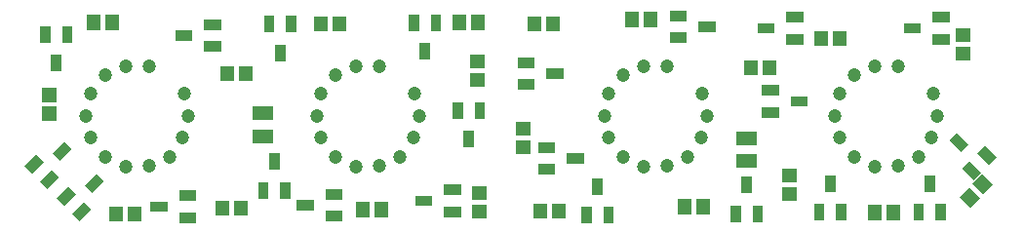
<source format=gts>
G04 Layer: TopSolderMaskLayer*
G04 EasyEDA v6.5.1, 2022-03-27 10:56:42*
G04 f4f8d14073c14480b57db79f537dda5a,f5a38c858c354eb5b90fd3f81420cce3,10*
G04 Gerber Generator version 0.2*
G04 Scale: 100 percent, Rotated: No, Reflected: No *
G04 Dimensions in millimeters *
G04 leading zeros omitted , absolute positions ,4 integer and 5 decimal *
%FSLAX45Y45*%
%MOMM*%

%ADD32C,1.2032*%
%ADD33C,1.2040*%

%LPD*%
G36*
X2443988Y-527812D02*
G01*
X2443988Y-382523D01*
X2534411Y-382523D01*
X2534411Y-527812D01*
G37*
G36*
X2348991Y-277876D02*
G01*
X2348991Y-132587D01*
X2439415Y-132587D01*
X2439415Y-277876D01*
G37*
G36*
X2538984Y-277876D02*
G01*
X2538984Y-132587D01*
X2629408Y-132587D01*
X2629408Y-277876D01*
G37*
G36*
X2634488Y-1823212D02*
G01*
X2634488Y-1732787D01*
X2779775Y-1732787D01*
X2779775Y-1823212D01*
G37*
G36*
X2884424Y-1728215D02*
G01*
X2884424Y-1637792D01*
X3029711Y-1637792D01*
X3029711Y-1728215D01*
G37*
G36*
X2884424Y-1918207D02*
G01*
X2884424Y-1827784D01*
X3029711Y-1827784D01*
X3029711Y-1918207D01*
G37*
G36*
X856234Y-1671320D02*
G01*
X792479Y-1607565D01*
X895095Y-1504695D01*
X959104Y-1568704D01*
G37*
G36*
X746760Y-1915160D02*
G01*
X683005Y-1851405D01*
X785621Y-1748536D01*
X849629Y-1812544D01*
G37*
G36*
X612394Y-1780794D02*
G01*
X548639Y-1717039D01*
X651255Y-1614170D01*
X715263Y-1678178D01*
G37*
G36*
X576834Y-1391920D02*
G01*
X513079Y-1328165D01*
X615695Y-1225295D01*
X679704Y-1289304D01*
G37*
G36*
X467360Y-1635760D02*
G01*
X403605Y-1572005D01*
X506221Y-1469136D01*
X570229Y-1533144D01*
G37*
G36*
X332994Y-1501394D02*
G01*
X269239Y-1437639D01*
X371855Y-1334770D01*
X435863Y-1398778D01*
G37*
G36*
X3701288Y-515112D02*
G01*
X3701288Y-369823D01*
X3791711Y-369823D01*
X3791711Y-515112D01*
G37*
G36*
X3606291Y-265176D02*
G01*
X3606291Y-119887D01*
X3696715Y-119887D01*
X3696715Y-265176D01*
G37*
G36*
X3796284Y-265176D02*
G01*
X3796284Y-119887D01*
X3886708Y-119887D01*
X3886708Y-265176D01*
G37*
G36*
X4082288Y-1277112D02*
G01*
X4082288Y-1131823D01*
X4172711Y-1131823D01*
X4172711Y-1277112D01*
G37*
G36*
X3987291Y-1027176D02*
G01*
X3987291Y-881887D01*
X4077715Y-881887D01*
X4077715Y-1027176D01*
G37*
G36*
X4177284Y-1027176D02*
G01*
X4177284Y-881887D01*
X4267708Y-881887D01*
X4267708Y-1027176D01*
G37*
G36*
X1364487Y-1835912D02*
G01*
X1364487Y-1745487D01*
X1509776Y-1745487D01*
X1509776Y-1835912D01*
G37*
G36*
X1614423Y-1740915D02*
G01*
X1614423Y-1650492D01*
X1759712Y-1650492D01*
X1759712Y-1740915D01*
G37*
G36*
X1614423Y-1930907D02*
G01*
X1614423Y-1840484D01*
X1759712Y-1840484D01*
X1759712Y-1930907D01*
G37*
G36*
X3663188Y-1785112D02*
G01*
X3663188Y-1694687D01*
X3808475Y-1694687D01*
X3808475Y-1785112D01*
G37*
G36*
X3913124Y-1690115D02*
G01*
X3913124Y-1599692D01*
X4058411Y-1599692D01*
X4058411Y-1690115D01*
G37*
G36*
X3913124Y-1880107D02*
G01*
X3913124Y-1789684D01*
X4058411Y-1789684D01*
X4058411Y-1880107D01*
G37*
G36*
X500887Y-616712D02*
G01*
X500887Y-471423D01*
X591312Y-471423D01*
X591312Y-616712D01*
G37*
G36*
X405892Y-366776D02*
G01*
X405892Y-221487D01*
X496315Y-221487D01*
X496315Y-366776D01*
G37*
G36*
X595884Y-366776D02*
G01*
X595884Y-221487D01*
X686307Y-221487D01*
X686307Y-366776D01*
G37*
G36*
X1580387Y-350012D02*
G01*
X1580387Y-259587D01*
X1725676Y-259587D01*
X1725676Y-350012D01*
G37*
G36*
X1830323Y-255015D02*
G01*
X1830323Y-164592D01*
X1975611Y-164592D01*
X1975611Y-255015D01*
G37*
G36*
X1830323Y-445007D02*
G01*
X1830323Y-354584D01*
X1975611Y-354584D01*
X1975611Y-445007D01*
G37*
G36*
X2393188Y-1471676D02*
G01*
X2393188Y-1326387D01*
X2483611Y-1326387D01*
X2483611Y-1471676D01*
G37*
G36*
X2488184Y-1721612D02*
G01*
X2488184Y-1576323D01*
X2578608Y-1576323D01*
X2578608Y-1721612D01*
G37*
G36*
X2298191Y-1721612D02*
G01*
X2298191Y-1576323D01*
X2388615Y-1576323D01*
X2388615Y-1721612D01*
G37*
G36*
X6495288Y-1674876D02*
G01*
X6495288Y-1529587D01*
X6585711Y-1529587D01*
X6585711Y-1674876D01*
G37*
G36*
X6590284Y-1924812D02*
G01*
X6590284Y-1779523D01*
X6680708Y-1779523D01*
X6680708Y-1924812D01*
G37*
G36*
X6400291Y-1924812D02*
G01*
X6400291Y-1779523D01*
X6490715Y-1779523D01*
X6490715Y-1924812D01*
G37*
G36*
X6122924Y-273812D02*
G01*
X6122924Y-183387D01*
X6268211Y-183387D01*
X6268211Y-273812D01*
G37*
G36*
X5872988Y-368807D02*
G01*
X5872988Y-278384D01*
X6018275Y-278384D01*
X6018275Y-368807D01*
G37*
G36*
X5872988Y-178815D02*
G01*
X5872988Y-88392D01*
X6018275Y-88392D01*
X6018275Y-178815D01*
G37*
G36*
X6634988Y-286512D02*
G01*
X6634988Y-196087D01*
X6780275Y-196087D01*
X6780275Y-286512D01*
G37*
G36*
X6884924Y-191515D02*
G01*
X6884924Y-101092D01*
X7030211Y-101092D01*
X7030211Y-191515D01*
G37*
G36*
X6884924Y-381507D02*
G01*
X6884924Y-291084D01*
X7030211Y-291084D01*
X7030211Y-381507D01*
G37*
G36*
X7219188Y-1662176D02*
G01*
X7219188Y-1516887D01*
X7309611Y-1516887D01*
X7309611Y-1662176D01*
G37*
G36*
X7314184Y-1912112D02*
G01*
X7314184Y-1766823D01*
X7404608Y-1766823D01*
X7404608Y-1912112D01*
G37*
G36*
X7124191Y-1912112D02*
G01*
X7124191Y-1766823D01*
X7214615Y-1766823D01*
X7214615Y-1912112D01*
G37*
G36*
X5199888Y-1687576D02*
G01*
X5199888Y-1542287D01*
X5290311Y-1542287D01*
X5290311Y-1687576D01*
G37*
G36*
X5294884Y-1937512D02*
G01*
X5294884Y-1792223D01*
X5385308Y-1792223D01*
X5385308Y-1937512D01*
G37*
G36*
X5104891Y-1937512D02*
G01*
X5104891Y-1792223D01*
X5195315Y-1792223D01*
X5195315Y-1937512D01*
G37*
G36*
X8082788Y-1662176D02*
G01*
X8082788Y-1516887D01*
X8173211Y-1516887D01*
X8173211Y-1662176D01*
G37*
G36*
X8177784Y-1912112D02*
G01*
X8177784Y-1766823D01*
X8268208Y-1766823D01*
X8268208Y-1912112D01*
G37*
G36*
X7987791Y-1912112D02*
G01*
X7987791Y-1766823D01*
X8078215Y-1766823D01*
X8078215Y-1912112D01*
G37*
G36*
X8402065Y-1315720D02*
G01*
X8299195Y-1213104D01*
X8363204Y-1149095D01*
X8465820Y-1251965D01*
G37*
G36*
X8645906Y-1425194D02*
G01*
X8543036Y-1322578D01*
X8607043Y-1258570D01*
X8709659Y-1361439D01*
G37*
G36*
X8511540Y-1559560D02*
G01*
X8408670Y-1456944D01*
X8472677Y-1392936D01*
X8575293Y-1495805D01*
G37*
G36*
X4802124Y-680212D02*
G01*
X4802124Y-589787D01*
X4947411Y-589787D01*
X4947411Y-680212D01*
G37*
G36*
X4552188Y-775207D02*
G01*
X4552188Y-684784D01*
X4697475Y-684784D01*
X4697475Y-775207D01*
G37*
G36*
X4552188Y-585215D02*
G01*
X4552188Y-494792D01*
X4697475Y-494792D01*
X4697475Y-585215D01*
G37*
G36*
X6923024Y-921512D02*
G01*
X6923024Y-831087D01*
X7068311Y-831087D01*
X7068311Y-921512D01*
G37*
G36*
X6673088Y-1016507D02*
G01*
X6673088Y-926084D01*
X6818375Y-926084D01*
X6818375Y-1016507D01*
G37*
G36*
X6673088Y-826515D02*
G01*
X6673088Y-736092D01*
X6818375Y-736092D01*
X6818375Y-826515D01*
G37*
G36*
X4979924Y-1416812D02*
G01*
X4979924Y-1326387D01*
X5125211Y-1326387D01*
X5125211Y-1416812D01*
G37*
G36*
X4729988Y-1511807D02*
G01*
X4729988Y-1421384D01*
X4875275Y-1421384D01*
X4875275Y-1511807D01*
G37*
G36*
X4729988Y-1321815D02*
G01*
X4729988Y-1231392D01*
X4875275Y-1231392D01*
X4875275Y-1321815D01*
G37*
G36*
X7904988Y-286512D02*
G01*
X7904988Y-196087D01*
X8050275Y-196087D01*
X8050275Y-286512D01*
G37*
G36*
X8154924Y-191515D02*
G01*
X8154924Y-101092D01*
X8300211Y-101092D01*
X8300211Y-191515D01*
G37*
G36*
X8154924Y-381507D02*
G01*
X8154924Y-291084D01*
X8300211Y-291084D01*
X8300211Y-381507D01*
G37*
D32*
G01*
X1694510Y-999997D03*
G01*
X805510Y-999997D03*
G01*
X1656410Y-809497D03*
G01*
X843610Y-809497D03*
G01*
X843610Y-1190497D03*
G01*
X1643710Y-1190497D03*
G01*
X1529410Y-1355597D03*
G01*
X970610Y-1355597D03*
G01*
X1351610Y-1431797D03*
G01*
X1148410Y-1444497D03*
D33*
G01*
X1351610Y-568197D03*
D32*
G01*
X1148410Y-568197D03*
G01*
X970610Y-644397D03*
G01*
X3694506Y-999997D03*
G01*
X2805506Y-999997D03*
G01*
X3656406Y-809497D03*
G01*
X2843606Y-809497D03*
G01*
X2843606Y-1190497D03*
G01*
X3643706Y-1190497D03*
G01*
X3529406Y-1355597D03*
G01*
X2970606Y-1355597D03*
G01*
X3351606Y-1431797D03*
G01*
X3148406Y-1444497D03*
D33*
G01*
X3351606Y-568197D03*
D32*
G01*
X3148406Y-568197D03*
G01*
X2970606Y-644397D03*
G01*
X6194501Y-999997D03*
G01*
X5305501Y-999997D03*
G01*
X6156401Y-809497D03*
G01*
X5343601Y-809497D03*
G01*
X5343601Y-1190497D03*
G01*
X6143701Y-1190497D03*
G01*
X6029401Y-1355597D03*
G01*
X5470601Y-1355597D03*
G01*
X5851601Y-1431797D03*
G01*
X5648401Y-1444497D03*
D33*
G01*
X5851601Y-568197D03*
D32*
G01*
X5648401Y-568197D03*
G01*
X5470601Y-644397D03*
G01*
X8194497Y-999997D03*
G01*
X7305497Y-999997D03*
G01*
X8156397Y-809497D03*
G01*
X7343597Y-809497D03*
G01*
X7343597Y-1190497D03*
G01*
X8143697Y-1190497D03*
G01*
X8029397Y-1355597D03*
G01*
X7470597Y-1355597D03*
G01*
X7851597Y-1431797D03*
G01*
X7648397Y-1444497D03*
D33*
G01*
X7851597Y-568197D03*
D32*
G01*
X7648397Y-568197D03*
G01*
X7470597Y-644397D03*
G36*
X2089911Y-1868678D02*
G01*
X2089911Y-1738121D01*
X2210308Y-1738121D01*
X2210308Y-1868678D01*
G37*
G36*
X1929892Y-1868678D02*
G01*
X1929892Y-1738121D01*
X2050288Y-1738121D01*
X2050288Y-1868678D01*
G37*
G36*
X2780791Y-268478D02*
G01*
X2780791Y-137921D01*
X2901188Y-137921D01*
X2901188Y-268478D01*
G37*
G36*
X2940811Y-268478D02*
G01*
X2940811Y-137921D01*
X3061208Y-137921D01*
X3061208Y-268478D01*
G37*
G36*
X3149091Y-1881378D02*
G01*
X3149091Y-1750821D01*
X3269488Y-1750821D01*
X3269488Y-1881378D01*
G37*
G36*
X3309111Y-1881378D02*
G01*
X3309111Y-1750821D01*
X3429508Y-1750821D01*
X3429508Y-1881378D01*
G37*
G36*
X3987291Y-255778D02*
G01*
X3987291Y-125221D01*
X4107688Y-125221D01*
X4107688Y-255778D01*
G37*
G36*
X4147311Y-255778D02*
G01*
X4147311Y-125221D01*
X4267708Y-125221D01*
X4267708Y-255778D01*
G37*
G36*
X4138422Y-749807D02*
G01*
X4138422Y-629412D01*
X4268977Y-629412D01*
X4268977Y-749807D01*
G37*
G36*
X4138422Y-589787D02*
G01*
X4138422Y-469392D01*
X4268977Y-469392D01*
X4268977Y-589787D01*
G37*
G36*
X1162812Y-1919478D02*
G01*
X1162812Y-1788921D01*
X1283207Y-1788921D01*
X1283207Y-1919478D01*
G37*
G36*
X1002792Y-1919478D02*
G01*
X1002792Y-1788921D01*
X1123187Y-1788921D01*
X1123187Y-1919478D01*
G37*
G36*
X4151122Y-1892807D02*
G01*
X4151122Y-1772412D01*
X4281677Y-1772412D01*
X4281677Y-1892807D01*
G37*
G36*
X4151122Y-1732787D02*
G01*
X4151122Y-1612392D01*
X4281677Y-1612392D01*
X4281677Y-1732787D01*
G37*
G36*
X812292Y-255778D02*
G01*
X812292Y-125221D01*
X932687Y-125221D01*
X932687Y-255778D01*
G37*
G36*
X972312Y-255778D02*
G01*
X972312Y-125221D01*
X1092707Y-125221D01*
X1092707Y-255778D01*
G37*
G36*
X6103111Y-1855978D02*
G01*
X6103111Y-1725421D01*
X6223508Y-1725421D01*
X6223508Y-1855978D01*
G37*
G36*
X5943091Y-1855978D02*
G01*
X5943091Y-1725421D01*
X6063488Y-1725421D01*
X6063488Y-1855978D01*
G37*
G36*
X8354822Y-361187D02*
G01*
X8354822Y-240792D01*
X8485377Y-240792D01*
X8485377Y-361187D01*
G37*
G36*
X8354822Y-521207D02*
G01*
X8354822Y-400812D01*
X8485377Y-400812D01*
X8485377Y-521207D01*
G37*
G36*
X4532122Y-1334007D02*
G01*
X4532122Y-1213612D01*
X4662677Y-1213612D01*
X4662677Y-1334007D01*
G37*
G36*
X4532122Y-1173987D02*
G01*
X4532122Y-1053592D01*
X4662677Y-1053592D01*
X4662677Y-1173987D01*
G37*
G36*
X6674611Y-649478D02*
G01*
X6674611Y-518921D01*
X6795008Y-518921D01*
X6795008Y-649478D01*
G37*
G36*
X6514591Y-649478D02*
G01*
X6514591Y-518921D01*
X6634988Y-518921D01*
X6634988Y-649478D01*
G37*
G36*
X4634991Y-268478D02*
G01*
X4634991Y-137921D01*
X4755388Y-137921D01*
X4755388Y-268478D01*
G37*
G36*
X4795011Y-268478D02*
G01*
X4795011Y-137921D01*
X4915408Y-137921D01*
X4915408Y-268478D01*
G37*
G36*
X8594597Y-1683004D02*
G01*
X8502395Y-1590802D01*
X8587486Y-1505712D01*
X8679688Y-1597913D01*
G37*
G36*
X8481313Y-1796287D02*
G01*
X8389111Y-1704086D01*
X8474202Y-1618995D01*
X8566404Y-1711197D01*
G37*
G36*
X7754111Y-1906778D02*
G01*
X7754111Y-1776221D01*
X7874508Y-1776221D01*
X7874508Y-1906778D01*
G37*
G36*
X7594091Y-1906778D02*
G01*
X7594091Y-1776221D01*
X7714488Y-1776221D01*
X7714488Y-1906778D01*
G37*
G36*
X4845811Y-1894078D02*
G01*
X4845811Y-1763521D01*
X4966208Y-1763521D01*
X4966208Y-1894078D01*
G37*
G36*
X4685791Y-1894078D02*
G01*
X4685791Y-1763521D01*
X4806188Y-1763521D01*
X4806188Y-1894078D01*
G37*
G36*
X6843522Y-1580387D02*
G01*
X6843522Y-1459992D01*
X6974077Y-1459992D01*
X6974077Y-1580387D01*
G37*
G36*
X6843522Y-1740407D02*
G01*
X6843522Y-1620012D01*
X6974077Y-1620012D01*
X6974077Y-1740407D01*
G37*
G36*
X7124191Y-395478D02*
G01*
X7124191Y-264921D01*
X7244588Y-264921D01*
X7244588Y-395478D01*
G37*
G36*
X7284211Y-395478D02*
G01*
X7284211Y-264921D01*
X7404608Y-264921D01*
X7404608Y-395478D01*
G37*
G36*
X5645911Y-230378D02*
G01*
X5645911Y-99821D01*
X5766308Y-99821D01*
X5766308Y-230378D01*
G37*
G36*
X5485891Y-230378D02*
G01*
X5485891Y-99821D01*
X5606288Y-99821D01*
X5606288Y-230378D01*
G37*
G36*
X1967991Y-700278D02*
G01*
X1967991Y-569721D01*
X2088388Y-569721D01*
X2088388Y-700278D01*
G37*
G36*
X2128011Y-700278D02*
G01*
X2128011Y-569721D01*
X2248408Y-569721D01*
X2248408Y-700278D01*
G37*
G36*
X417321Y-1041907D02*
G01*
X417321Y-921512D01*
X547878Y-921512D01*
X547878Y-1041907D01*
G37*
G36*
X417321Y-881887D02*
G01*
X417321Y-761492D01*
X547878Y-761492D01*
X547878Y-881887D01*
G37*
G36*
X2249170Y-1039621D02*
G01*
X2249170Y-919226D01*
X2424429Y-919226D01*
X2424429Y-1039621D01*
G37*
G36*
X2249170Y-1239773D02*
G01*
X2249170Y-1119378D01*
X2424429Y-1119378D01*
X2424429Y-1239773D01*
G37*
G36*
X6452870Y-1255521D02*
G01*
X6452870Y-1135126D01*
X6628129Y-1135126D01*
X6628129Y-1255521D01*
G37*
G36*
X6452870Y-1455673D02*
G01*
X6452870Y-1335278D01*
X6628129Y-1335278D01*
X6628129Y-1455673D01*
G37*
M02*

</source>
